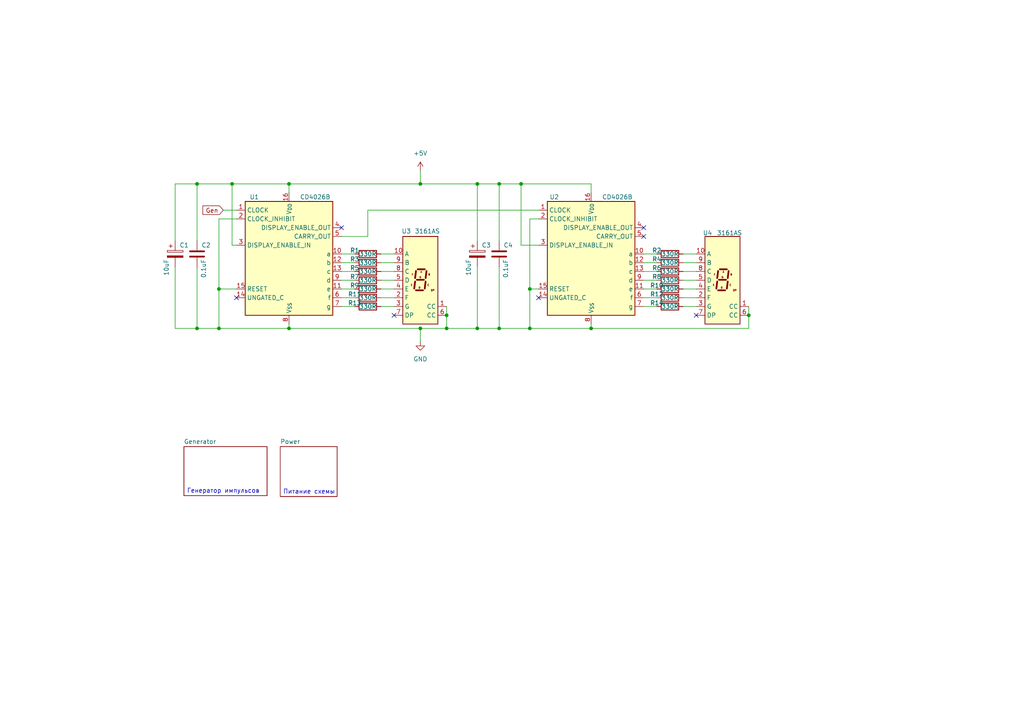
<source format=kicad_sch>
(kicad_sch (version 20231120) (generator "eeschema") (generator_version "8.0")
  (paper "A4")
  (lib_symbols
    (symbol "3161AS:3161AS"
      (property "Reference" "U" (at -3.81 13.97 0))
      (property "Value" "3161AS" (at 6.35 13.97 0))
      (symbol "3161AS_1_0"
        (text "A" (at 0.254 2.413 0) (effects (font (size 0.508 0.508))))
        (text "B" (at 2.54 1.651 0) (effects (font (size 0.508 0.508))))
        (text "C" (at 2.286 -1.397 0) (effects (font (size 0.508 0.508))))
        (text "D" (at -0.254 -2.159 0) (effects (font (size 0.508 0.508))))
        (text "DP" (at 3.556 -2.921 0) (effects (font (size 0.508 0.508))))
        (text "E" (at -2.54 -1.397 0) (effects (font (size 0.508 0.508))))
        (text "F" (at -2.286 1.651 0) (effects (font (size 0.508 0.508))))
        (text "G" (at 0 0.889 0) (effects (font (size 0.508 0.508))))
      )
      (symbol "3161AS_1_1"
        (rectangle (start -5.08 12.7) (end 5.08 -12.7) (stroke (width 0.254)) (fill (type background)))
        (polyline (pts (xy -1.524 -0.381) (xy -1.778 -2.413)) (stroke (width 0.508)))
        (polyline (pts (xy -1.27 -2.921) (xy 0.762 -2.921)) (stroke (width 0.508)))
        (polyline (pts (xy -1.27 2.667) (xy -1.524 0.635)) (stroke (width 0.508)))
        (polyline (pts (xy -1.016 0.127) (xy 1.016 0.127)) (stroke (width 0.508)))
        (polyline (pts (xy -0.762 3.175) (xy 1.27 3.175)) (stroke (width 0.508)))
        (polyline (pts (xy 1.524 -0.381) (xy 1.27 -2.413)) (stroke (width 0.508)))
        (polyline (pts (xy 1.778 2.667) (xy 1.524 0.635)) (stroke (width 0.508)))
        (polyline (pts (xy 2.54 -2.921) (xy 2.54 -2.921)) (stroke (width 0.508)))
        (pin input line (at 7.62 -7.62 180) (length 2.54) (name "CC") (number "1"))
        (pin input line (at -7.62 7.62 0) (length 2.54) (name "A") (number "10"))
        (pin input line (at -7.62 -5.08 0) (length 2.54) (name "F") (number "2"))
        (pin input line (at -7.62 -7.62 0) (length 2.54) (name "G") (number "3"))
        (pin input line (at -7.62 -2.54 0) (length 2.54) (name "E") (number "4"))
        (pin input line (at -7.62 0 0) (length 2.54) (name "D") (number "5"))
        (pin input line (at 7.62 -10.16 180) (length 2.54) (name "CC") (number "6"))
        (pin input line (at -7.62 -10.16 0) (length 2.54) (name "DP") (number "7"))
        (pin input line (at -7.62 2.54 0) (length 2.54) (name "C") (number "8"))
        (pin input line (at -7.62 5.08 0) (length 2.54) (name "B") (number "9"))
      )
    )
    (symbol "CD4026B:CD4026B"
      (property "Reference" "U" (at -12.7 17.78 0))
      (property "Value" "CD4026B" (at 7.62 17.78 0))
      (symbol "CD4026B_1_1"
        (rectangle (start -12.7 15.24) (end 12.7 -17.78) (stroke (width 0.254)) (fill (type background)))
        (pin input line (at -15.24 12.7 0) (length 2.54) (name "CLOCK") (number "1"))
        (pin output line (at 15.24 0 180) (length 2.54) (name "a") (number "10"))
        (pin output line (at 15.24 -10.16 180) (length 2.54) (name "e") (number "11"))
        (pin output line (at 15.24 -2.54 180) (length 2.54) (name "b") (number "12"))
        (pin output line (at 15.24 -5.08 180) (length 2.54) (name "c") (number "13"))
        (pin input line (at -15.24 -12.7 0) (length 2.54) (name "UNGATED_C") (number "14"))
        (pin input line (at -15.24 -10.16 0) (length 2.54) (name "RESET") (number "15"))
        (pin power_in line (at 0 17.78 270) (length 2.54) (name "V_{DD}") (number "16"))
        (pin input line (at -15.24 10.16 0) (length 2.54) (name "CLOCK_INHIBIT") (number "2"))
        (pin input line (at -15.24 2.54 0) (length 2.54) (name "DISPLAY_ENABLE_IN") (number "3"))
        (pin output line (at 15.24 7.62 180) (length 2.54) (name "DISPLAY_ENABLE_OUT") (number "4"))
        (pin output line (at 15.24 5.08 180) (length 2.54) (name "CARRY_OUT") (number "5"))
        (pin output line (at 15.24 -12.7 180) (length 2.54) (name "f") (number "6"))
        (pin output line (at 15.24 -15.24 180) (length 2.54) (name "g") (number "7"))
        (pin power_in line (at 0 -20.32 90) (length 2.54) (name "V_{SS}") (number "8"))
        (pin output line (at 15.24 -7.62 180) (length 2.54) (name "d") (number "9"))
      )
    )
    (symbol "Device:C" (pin_numbers hide) (pin_names (offset 0.254))
      (property "Reference" "C" (at 0.635 2.54 0))
      (property "Value" "C" (at 0.635 -2.54 0))
      (symbol "C_0_1"
        (polyline (pts (xy -2.032 -0.762) (xy 2.032 -0.762)) (stroke (width 0.508)))
        (polyline (pts (xy -2.032 0.762) (xy 2.032 0.762)) (stroke (width 0.508)))
      )
      (symbol "C_1_1"
        (pin passive line (at 0 3.81 270) (length 2.794) (name "~") (number "1"))
        (pin passive line (at 0 -3.81 90) (length 2.794) (name "~") (number "2"))
      )
    )
    (symbol "Device:C_Polarized" (pin_numbers hide) (pin_names (offset 0.254))
      (property "Reference" "C" (at 0.635 2.54 0))
      (property "Value" "C_Polarized" (at 0.635 -2.54 0))
      (symbol "C_Polarized_0_1"
        (rectangle (start -2.286 0.508) (end 2.286 1.016))
        (polyline (pts (xy -1.778 2.286) (xy -0.762 2.286)))
        (polyline (pts (xy -1.27 2.794) (xy -1.27 1.778)))
        (rectangle (start 2.286 -0.508) (end -2.286 -1.016) (fill (type outline)))
      )
      (symbol "C_Polarized_1_1"
        (pin passive line (at 0 3.81 270) (length 2.794) (name "~") (number "1"))
        (pin passive line (at 0 -3.81 90) (length 2.794) (name "~") (number "2"))
      )
    )
    (symbol "Device:R" (pin_numbers hide) (pin_names (offset 0))
      (property "Reference" "R" (at 2.032 0 90))
      (property "Value" "R" (at 0 0 90))
      (symbol "R_0_1"
        (rectangle (start -1.016 -2.54) (end 1.016 2.54) (stroke (width 0.254)))
      )
      (symbol "R_1_1"
        (pin passive line (at 0 3.81 270) (length 1.27) (name "~") (number "1"))
        (pin passive line (at 0 -3.81 90) (length 1.27) (name "~") (number "2"))
      )
    )
    (symbol "power:+5V" (power) (pin_numbers hide) (pin_names (offset 0) hide)
      (property "Value" "+5V" (at 0 3.556 0))
      (symbol "+5V_0_1"
        (polyline (pts (xy -0.762 1.27) (xy 0 2.54)))
        (polyline (pts (xy 0 0) (xy 0 2.54)))
        (polyline (pts (xy 0 2.54) (xy 0.762 1.27)))
      )
      (symbol "+5V_1_1"
        (pin power_in line (at 0 0 90) (length 0) (name "~") (number "1"))
      )
    )
    (symbol "power:GND" (power) (pin_numbers hide) (pin_names (offset 0) hide)
      (property "Value" "GND" (at 0 -3.81 0))
      (symbol "GND_0_1"
        (polyline (pts (xy 0 0) (xy 0 -1.27) (xy 1.27 -1.27) (xy 0 -2.54) (xy -1.27 -1.27) (xy 0 -1.27)))
      )
      (symbol "GND_1_1"
        (pin power_in line (at 0 0 270) (length 0) (name "~") (number "1"))
      )
    )
  )
  (junction (at 217.17 91.44))
  (junction (at 153.67 95.25))
  (junction (at 67.31 53.34))
  (junction (at 138.43 53.34))
  (junction (at 151.13 53.34))
  (junction (at 144.78 95.25))
  (junction (at 83.82 53.34))
  (junction (at 153.67 83.82))
  (junction (at 63.5 95.25))
  (junction (at 121.92 95.25))
  (junction (at 171.45 95.25))
  (junction (at 121.92 53.34))
  (junction (at 57.15 95.25))
  (junction (at 63.5 83.82))
  (junction (at 129.54 91.44))
  (junction (at 129.54 95.25))
  (junction (at 138.43 95.25))
  (junction (at 144.78 53.34))
  (junction (at 57.15 53.34))
  (junction (at 83.82 95.25))
  (no_connect (at 68.58 86.36))
  (no_connect (at 156.21 86.36))
  (no_connect (at 201.93 91.44))
  (no_connect (at 114.3 91.44))
  (no_connect (at 186.69 66.04))
  (no_connect (at 186.69 68.58))
  (no_connect (at 99.06 66.04))
  (wire (pts (xy 186.69 83.82) (xy 190.5 83.82)))
  (wire (pts (xy 156.21 63.5) (xy 153.67 63.5)))
  (wire (pts (xy 198.12 78.74) (xy 201.93 78.74)))
  (wire (pts (xy 153.67 95.25) (xy 171.45 95.25)))
  (wire (pts (xy 99.06 76.2) (xy 102.87 76.2)))
  (wire (pts (xy 50.8 95.25) (xy 57.15 95.25)))
  (wire (pts (xy 198.12 81.28) (xy 201.93 81.28)))
  (wire (pts (xy 99.06 88.9) (xy 102.87 88.9)))
  (wire (pts (xy 50.8 53.34) (xy 57.15 53.34)))
  (wire (pts (xy 63.5 83.82) (xy 68.58 83.82)))
  (wire (pts (xy 50.8 77.47) (xy 50.8 95.25)))
  (wire (pts (xy 186.69 81.28) (xy 190.5 81.28)))
  (wire (pts (xy 63.5 63.5) (xy 68.58 63.5)))
  (wire (pts (xy 151.13 71.12) (xy 151.13 53.34)))
  (wire (pts (xy 198.12 73.66) (xy 201.93 73.66)))
  (wire (pts (xy 198.12 83.82) (xy 201.93 83.82)))
  (wire (pts (xy 63.5 63.5) (xy 63.5 83.82)))
  (wire (pts (xy 99.06 78.74) (xy 102.87 78.74)))
  (wire (pts (xy 110.49 83.82) (xy 114.3 83.82)))
  (wire (pts (xy 198.12 86.36) (xy 201.93 86.36)))
  (wire (pts (xy 99.06 86.36) (xy 102.87 86.36)))
  (wire (pts (xy 110.49 73.66) (xy 114.3 73.66)))
  (wire (pts (xy 144.78 95.25) (xy 153.67 95.25)))
  (wire (pts (xy 67.31 53.34) (xy 83.82 53.34)))
  (wire (pts (xy 57.15 95.25) (xy 63.5 95.25)))
  (wire (pts (xy 153.67 83.82) (xy 153.67 95.25)))
  (wire (pts (xy 153.67 83.82) (xy 156.21 83.82)))
  (wire (pts (xy 198.12 88.9) (xy 201.93 88.9)))
  (wire (pts (xy 151.13 53.34) (xy 171.45 53.34)))
  (wire (pts (xy 153.67 63.5) (xy 153.67 83.82)))
  (wire (pts (xy 110.49 86.36) (xy 114.3 86.36)))
  (wire (pts (xy 83.82 93.98) (xy 83.82 95.25)))
  (wire (pts (xy 99.06 73.66) (xy 102.87 73.66)))
  (wire (pts (xy 186.69 76.2) (xy 190.5 76.2)))
  (wire (pts (xy 138.43 53.34) (xy 144.78 53.34)))
  (wire (pts (xy 121.92 49.53) (xy 121.92 53.34)))
  (wire (pts (xy 217.17 95.25) (xy 171.45 95.25)))
  (wire (pts (xy 171.45 93.98) (xy 171.45 95.25)))
  (wire (pts (xy 110.49 88.9) (xy 114.3 88.9)))
  (wire (pts (xy 217.17 88.9) (xy 217.17 91.44)))
  (wire (pts (xy 121.92 53.34) (xy 138.43 53.34)))
  (wire (pts (xy 144.78 53.34) (xy 151.13 53.34)))
  (wire (pts (xy 144.78 53.34) (xy 144.78 69.85)))
  (wire (pts (xy 63.5 83.82) (xy 63.5 95.25)))
  (wire (pts (xy 129.54 95.25) (xy 138.43 95.25)))
  (wire (pts (xy 129.54 95.25) (xy 121.92 95.25)))
  (wire (pts (xy 144.78 77.47) (xy 144.78 95.25)))
  (wire (pts (xy 138.43 95.25) (xy 144.78 95.25)))
  (wire (pts (xy 110.49 78.74) (xy 114.3 78.74)))
  (wire (pts (xy 57.15 53.34) (xy 67.31 53.34)))
  (wire (pts (xy 198.12 76.2) (xy 201.93 76.2)))
  (wire (pts (xy 67.31 71.12) (xy 67.31 53.34)))
  (wire (pts (xy 171.45 53.34) (xy 171.45 55.88)))
  (wire (pts (xy 50.8 69.85) (xy 50.8 53.34)))
  (wire (pts (xy 63.5 95.25) (xy 83.82 95.25)))
  (wire (pts (xy 99.06 83.82) (xy 102.87 83.82)))
  (wire (pts (xy 68.58 71.12) (xy 67.31 71.12)))
  (wire (pts (xy 217.17 91.44) (xy 217.17 95.25)))
  (wire (pts (xy 121.92 53.34) (xy 83.82 53.34)))
  (wire (pts (xy 83.82 53.34) (xy 83.82 55.88)))
  (wire (pts (xy 99.06 81.28) (xy 102.87 81.28)))
  (wire (pts (xy 156.21 71.12) (xy 151.13 71.12)))
  (wire (pts (xy 186.69 78.74) (xy 190.5 78.74)))
  (wire (pts (xy 57.15 77.47) (xy 57.15 95.25)))
  (wire (pts (xy 57.15 53.34) (xy 57.15 69.85)))
  (wire (pts (xy 64.77 60.96) (xy 68.58 60.96)))
  (wire (pts (xy 129.54 91.44) (xy 129.54 95.25)))
  (wire (pts (xy 186.69 73.66) (xy 190.5 73.66)))
  (wire (pts (xy 121.92 95.25) (xy 121.92 99.06)))
  (wire (pts (xy 138.43 69.85) (xy 138.43 53.34)))
  (wire (pts (xy 186.69 88.9) (xy 190.5 88.9)))
  (wire (pts (xy 138.43 77.47) (xy 138.43 95.25)))
  (wire (pts (xy 106.68 60.96) (xy 156.21 60.96)))
  (wire (pts (xy 129.54 88.9) (xy 129.54 91.44)))
  (wire (pts (xy 110.49 81.28) (xy 114.3 81.28)))
  (wire (pts (xy 106.68 68.58) (xy 106.68 60.96)))
  (wire (pts (xy 121.92 95.25) (xy 83.82 95.25)))
  (wire (pts (xy 186.69 86.36) (xy 190.5 86.36)))
  (wire (pts (xy 110.49 76.2) (xy 114.3 76.2)))
  (wire (pts (xy 99.06 68.58) (xy 106.68 68.58)))
  (text "Питание схемы" (at 89.662 142.748 0) (effects (font (size 1.27 1.27))))
  (text "Генератор импульсов" (at 64.77 142.494 0) (effects (font (size 1.27 1.27))))
  (global_label "Gen" (shape input) (at 64.77 60.96 180) (property "Intersheetrefs" "${INTERSHEET_REFS}" (effects (hide yes))))
  (symbol (lib_id "Device:C_Polarized") (at 138.43 73.66 0) (unit 1)
    (property "Reference" "C3" (at 139.7 71.12 0) (effects (justify left)))
    (property "Value" "10uF" (at 135.89 80.01 90) (effects (justify left)))
    (property "Footprint" "Capacitor_THT:CP_Radial_D8.0mm_P2.50mm" (effects (hide yes)))
    (property "Description" "Polarized capacitor" (effects (hide yes)))
  )
  (symbol (lib_id "power:GND") (at 121.92 99.06 0) (unit 1)
    (property "Reference" "#PWR02" (effects (hide yes)))
    (property "Value" "GND" (at 121.92 104.14 0))
    (property "Description" "Power symbol creates a global label with name \"GND\" , ground" (effects (hide yes)))
  )
  (symbol (lib_id "Device:R") (at 106.68 76.2 90) (unit 1)
    (property "Reference" "R3" (at 102.87 75.184 90))
    (property "Value" "330R" (at 106.68 76.2 90))
    (property "Footprint" "Resistor_THT:R_Axial_DIN0207_L6.3mm_D2.5mm_P2.54mm_Vertical" (effects (hide yes)))
    (property "Description" "Resistor" (effects (hide yes)))
  )
  (symbol (lib_id "Device:R") (at 194.31 88.9 90) (unit 1)
    (property "Reference" "R14" (at 190.5 87.884 90))
    (property "Value" "330R" (at 194.31 88.9 90))
    (property "Footprint" "Resistor_THT:R_Axial_DIN0207_L6.3mm_D2.5mm_P2.54mm_Vertical" (effects (hide yes)))
    (property "Description" "Resistor" (effects (hide yes)))
  )
  (symbol (lib_id "Device:R") (at 106.68 83.82 90) (unit 1)
    (property "Reference" "R9" (at 102.87 82.804 90))
    (property "Value" "330R" (at 106.68 83.82 90))
    (property "Footprint" "Resistor_THT:R_Axial_DIN0207_L6.3mm_D2.5mm_P2.54mm_Vertical" (effects (hide yes)))
    (property "Description" "Resistor" (effects (hide yes)))
  )
  (symbol (lib_id "3161AS:3161AS") (at 209.55 81.28 0) (unit 1)
    (property "Reference" "U4" (at 205.232 67.564 0))
    (property "Value" "3161AS" (at 211.582 67.564 0))
    (property "Footprint" "HW13-LIB:3161AS" (effects (hide yes)))
    (property "Datasheet" "https://docs.broadcom.com/docs/AV02-2553EN" (effects (hide yes)))
    (property "Description" "One digit 7 segment red, common cathode" (effects (hide yes)))
  )
  (symbol (lib_id "Device:R") (at 194.31 73.66 90) (unit 1)
    (property "Reference" "R2" (at 190.5 72.644 90))
    (property "Value" "330R" (at 194.31 73.66 90))
    (property "Footprint" "Resistor_THT:R_Axial_DIN0207_L6.3mm_D2.5mm_P2.54mm_Vertical" (effects (hide yes)))
    (property "Description" "Resistor" (effects (hide yes)))
  )
  (symbol (lib_id "Device:R") (at 194.31 81.28 90) (unit 1)
    (property "Reference" "R8" (at 190.5 80.264 90))
    (property "Value" "330R" (at 194.31 81.28 90))
    (property "Footprint" "Resistor_THT:R_Axial_DIN0207_L6.3mm_D2.5mm_P2.54mm_Vertical" (effects (hide yes)))
    (property "Description" "Resistor" (effects (hide yes)))
  )
  (symbol (lib_id "Device:R") (at 106.68 78.74 90) (unit 1)
    (property "Reference" "R5" (at 102.87 77.724 90))
    (property "Value" "330R" (at 106.68 78.74 90))
    (property "Footprint" "Resistor_THT:R_Axial_DIN0207_L6.3mm_D2.5mm_P2.54mm_Vertical" (effects (hide yes)))
    (property "Description" "Resistor" (effects (hide yes)))
  )
  (symbol (lib_id "Device:R") (at 194.31 78.74 90) (unit 1)
    (property "Reference" "R6" (at 190.5 77.724 90))
    (property "Value" "330R" (at 194.31 78.74 90))
    (property "Footprint" "Resistor_THT:R_Axial_DIN0207_L6.3mm_D2.5mm_P2.54mm_Vertical" (effects (hide yes)))
    (property "Description" "Resistor" (effects (hide yes)))
  )
  (symbol (lib_id "Device:R") (at 194.31 86.36 90) (unit 1)
    (property "Reference" "R12" (at 190.5 85.344 90))
    (property "Value" "330R" (at 194.31 86.36 90))
    (property "Footprint" "Resistor_THT:R_Axial_DIN0207_L6.3mm_D2.5mm_P2.54mm_Vertical" (effects (hide yes)))
    (property "Description" "Resistor" (effects (hide yes)))
  )
  (symbol (lib_id "Device:R") (at 106.68 88.9 90) (unit 1)
    (property "Reference" "R13" (at 102.87 87.884 90))
    (property "Value" "330R" (at 106.68 88.9 90))
    (property "Footprint" "Resistor_THT:R_Axial_DIN0207_L6.3mm_D2.5mm_P2.54mm_Vertical" (effects (hide yes)))
    (property "Description" "Resistor" (effects (hide yes)))
  )
  (symbol (lib_id "Device:R") (at 106.68 73.66 90) (unit 1)
    (property "Reference" "R1" (at 102.87 72.644 90))
    (property "Value" "330R" (at 106.68 73.66 90))
    (property "Footprint" "Resistor_THT:R_Axial_DIN0207_L6.3mm_D2.5mm_P2.54mm_Vertical" (effects (hide yes)))
    (property "Description" "Resistor" (effects (hide yes)))
  )
  (symbol (lib_id "CD4026B:CD4026B") (at 83.82 73.66 0) (unit 1)
    (property "Reference" "U1" (at 72.39 57.15 0) (effects (justify left)))
    (property "Value" "CD4026B" (at 86.995 57.15 0) (effects (justify left)))
    (property "Footprint" "Package_DIP:DIP-16_W7.62mm" (effects (hide yes)))
    (property "Datasheet" "https://static.chipdip.ru/lib/070/DOC012070950.pdf" (effects (hide yes)))
    (property "Description" "20V, CMOS Decade Counter/Divider, 7 Segment Decoder, Ripple Blanking, Lamp Test, 100mW/Output, DIP-16" (effects (hide yes)))
  )
  (symbol (lib_id "Device:R") (at 106.68 81.28 90) (unit 1)
    (property "Reference" "R7" (at 102.87 80.264 90))
    (property "Value" "330R" (at 106.68 81.28 90))
    (property "Footprint" "Resistor_THT:R_Axial_DIN0207_L6.3mm_D2.5mm_P2.54mm_Vertical" (effects (hide yes)))
    (property "Description" "Resistor" (effects (hide yes)))
  )
  (symbol (lib_id "Device:R") (at 194.31 83.82 90) (unit 1)
    (property "Reference" "R10" (at 190.5 82.804 90))
    (property "Value" "330R" (at 194.31 83.82 90))
    (property "Footprint" "Resistor_THT:R_Axial_DIN0207_L6.3mm_D2.5mm_P2.54mm_Vertical" (effects (hide yes)))
    (property "Description" "Resistor" (effects (hide yes)))
  )
  (symbol (lib_id "Device:C") (at 144.78 73.66 0) (unit 1)
    (property "Reference" "C4" (at 146.05 71.12 0) (effects (justify left)))
    (property "Value" "0.1uF" (at 146.685 80.645 90) (effects (justify left)))
    (property "Footprint" "Capacitor_THT:C_Disc_D3.8mm_W2.6mm_P2.50mm" (effects (hide yes)))
    (property "Description" "Unpolarized capacitor" (effects (hide yes)))
  )
  (symbol (lib_id "Device:C_Polarized") (at 50.8 73.66 0) (unit 1)
    (property "Reference" "C1" (at 52.07 71.12 0) (effects (justify left)))
    (property "Value" "10uF" (at 48.26 80.01 90) (effects (justify left)))
    (property "Footprint" "Capacitor_THT:CP_Radial_D8.0mm_P2.50mm" (effects (hide yes)))
    (property "Description" "Polarized capacitor" (effects (hide yes)))
  )
  (symbol (lib_id "CD4026B:CD4026B") (at 171.45 73.66 0) (unit 1)
    (property "Reference" "U2" (at 159.385 57.15 0) (effects (justify left)))
    (property "Value" "CD4026B" (at 174.625 57.15 0) (effects (justify left)))
    (property "Footprint" "Package_DIP:DIP-16_W7.62mm" (effects (hide yes)))
    (property "Datasheet" "https://static.chipdip.ru/lib/070/DOC012070950.pdf" (effects (hide yes)))
    (property "Description" "20V, CMOS Decade Counter/Divider, 7 Segment Decoder, Ripple Blanking, Lamp Test, 100mW/Output, DIP-16" (effects (hide yes)))
  )
  (symbol (lib_id "Device:R") (at 194.31 76.2 90) (unit 1)
    (property "Reference" "R4" (at 190.5 75.184 90))
    (property "Value" "330R" (at 194.31 76.2 90))
    (property "Footprint" "Resistor_THT:R_Axial_DIN0207_L6.3mm_D2.5mm_P2.54mm_Vertical" (effects (hide yes)))
    (property "Description" "Resistor" (effects (hide yes)))
  )
  (symbol (lib_id "3161AS:3161AS") (at 121.92 81.28 0) (unit 1)
    (property "Reference" "U3" (at 117.856 67.056 0))
    (property "Value" "3161AS" (at 123.952 67.056 0))
    (property "Footprint" "HW13-LIB:3161AS" (effects (hide yes)))
    (property "Datasheet" "https://docs.broadcom.com/docs/AV02-2553EN" (effects (hide yes)))
    (property "Description" "One digit 7 segment red, common cathode" (effects (hide yes)))
  )
  (symbol (lib_id "Device:C") (at 57.15 73.66 0) (unit 1)
    (property "Reference" "C2" (at 58.42 71.12 0) (effects (justify left)))
    (property "Value" "0.1uF" (at 59.055 80.645 90) (effects (justify left)))
    (property "Footprint" "Capacitor_THT:C_Disc_D3.8mm_W2.6mm_P2.50mm" (effects (hide yes)))
    (property "Description" "Unpolarized capacitor" (effects (hide yes)))
  )
  (symbol (lib_id "power:+5V") (at 121.92 49.53 0) (unit 1)
    (property "Reference" "#PWR01" (effects (hide yes)))
    (property "Value" "+5V" (at 121.92 44.45 0))
    (property "Description" "Power symbol creates a global label with name \"+5V\"" (effects (hide yes)))
  )
  (symbol (lib_id "Device:R") (at 106.68 86.36 90) (unit 1)
    (property "Reference" "R11" (at 102.87 85.344 90))
    (property "Value" "330R" (at 106.68 86.36 90))
    (property "Footprint" "Resistor_THT:R_Axial_DIN0207_L6.3mm_D2.5mm_P2.54mm_Vertical" (effects (hide yes)))
    (property "Description" "Resistor" (effects (hide yes)))
  )
  (sheet (at 53.34 129.54) (size 24.13 14.224) (stroke (width 0.1524))
    (property "Sheetname" "Generator" (at 53.34 128.8284 0) (effects (justify left bottom)))
    (property "Sheetfile" "Timer.kicad_sch" (effects (hide yes)))
  )
  (sheet (at 81.28 129.54) (size 16.51 14.478) (stroke (width 0.1524))
    (property "Sheetname" "Power" (at 81.28 128.8284 0) (effects (justify left bottom)))
    (property "Sheetfile" "Power.kicad_sch" (effects (hide yes)))
  )
)
</source>
